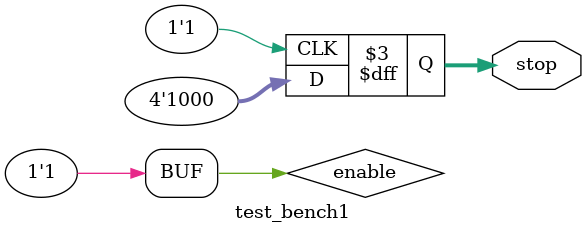
<source format=v>
`timescale 1ns / 1ps


module test_bench1(
    stop
    );
    output reg [3:0] stop;
    reg enable;
    
    initial
    begin
        #0 enable <= 0;
        #10 enable <= 1;
    end
    
    always@(posedge enable)
    begin
        #0 stop <= 4'd0;
        #1000000000 stop <= 4'd1;
        #1000000000 stop <= 4'd2;
        #1000000000 stop <= 4'd3;
        #1000000000 stop <= 4'd4;
        #1000000000 stop <= 4'd5;
        #1000000000 stop <= 4'd6;
        #1000000000 stop <= 4'd7;
        #1000000000 stop <= 4'd8;
    end
    
endmodule

</source>
